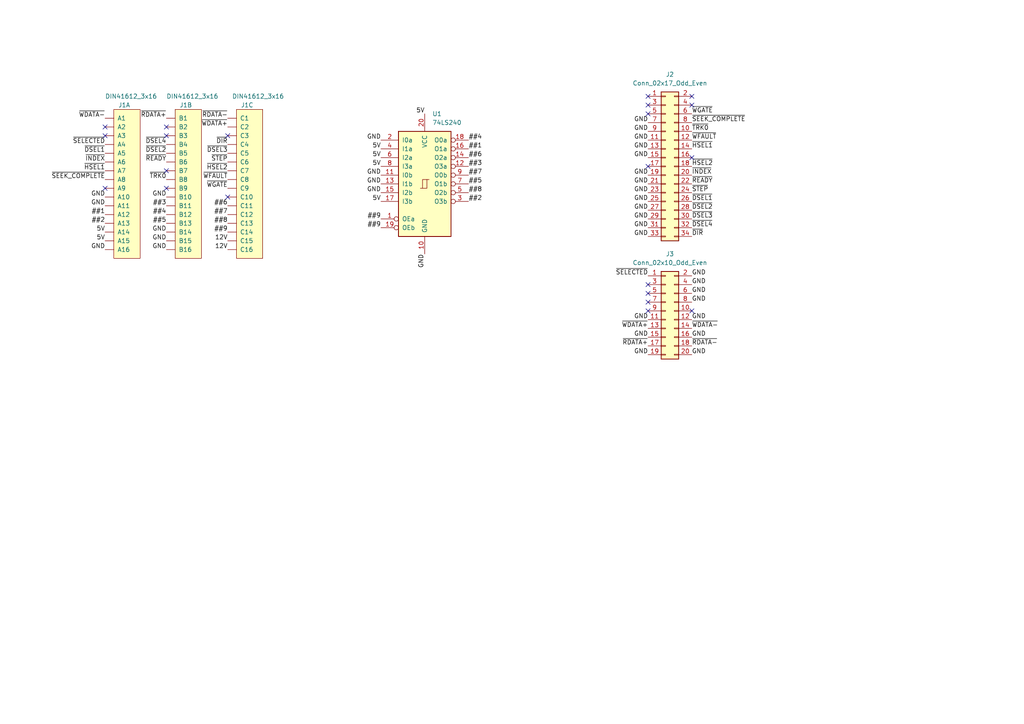
<source format=kicad_sch>
(kicad_sch (version 20230121) (generator eeschema)
  (paper "A4")
  (lib_symbols
    (symbol "74xx:74LS240" (pin_names (offset 1.016))
      (property "Reference" "U" (at -7.62 16.51 0))
      (property "Value" "74LS240" (at -7.62 -16.51 0))
      (symbol "74LS240_1_0"
        (polyline (pts (xy -0.635 -1.27) (xy -0.635 1.27) (xy 0.635 1.27)))
        (polyline (pts (xy -1.27 -1.27) (xy 0.635 -1.27) (xy 0.635 1.27) (xy 1.27 1.27)))
        (pin input inverted (at -12.7 -10.16 0) (length 5.08) (name "OEa") (number "1"))
        (pin power_in line (at 0 -20.32 90) (length 5.08) (name "GND") (number "10"))
        (pin input line (at -12.7 2.54 0) (length 5.08) (name "I0b") (number "11"))
        (pin tri_state inverted (at 12.7 5.08 180) (length 5.08) (name "O3a") (number "12"))
        (pin input line (at -12.7 0 0) (length 5.08) (name "I1b") (number "13"))
        (pin tri_state inverted (at 12.7 7.62 180) (length 5.08) (name "O2a") (number "14"))
        (pin input line (at -12.7 -2.54 0) (length 5.08) (name "I2b") (number "15"))
        (pin tri_state inverted (at 12.7 10.16 180) (length 5.08) (name "O1a") (number "16"))
        (pin input line (at -12.7 -5.08 0) (length 5.08) (name "I3b") (number "17"))
        (pin tri_state inverted (at 12.7 12.7 180) (length 5.08) (name "O0a") (number "18"))
        (pin input inverted (at -12.7 -12.7 0) (length 5.08) (name "OEb") (number "19"))
        (pin input line (at -12.7 12.7 0) (length 5.08) (name "I0a") (number "2"))
        (pin power_in line (at 0 20.32 270) (length 5.08) (name "VCC") (number "20"))
        (pin tri_state inverted (at 12.7 -5.08 180) (length 5.08) (name "O3b") (number "3"))
        (pin input line (at -12.7 10.16 0) (length 5.08) (name "I1a") (number "4"))
        (pin tri_state inverted (at 12.7 -2.54 180) (length 5.08) (name "O2b") (number "5"))
        (pin input line (at -12.7 7.62 0) (length 5.08) (name "I2a") (number "6"))
        (pin tri_state inverted (at 12.7 0 180) (length 5.08) (name "O1b") (number "7"))
        (pin input line (at -12.7 5.08 0) (length 5.08) (name "I3a") (number "8"))
        (pin tri_state inverted (at 12.7 2.54 180) (length 5.08) (name "O0b") (number "9"))
      )
      (symbol "74LS240_1_1"
        (rectangle (start -7.62 15.24) (end 7.62 -15.24) (stroke (width 0.254)) (fill (type background)))
      )
    )
    (symbol "Connector_Generic:Conn_02x10_Odd_Even" (pin_names (offset 1.016) hide)
      (property "Reference" "J" (at 1.27 12.7 0))
      (property "Value" "Conn_02x10_Odd_Even" (at 1.27 -15.24 0))
      (symbol "Conn_02x10_Odd_Even_1_1"
        (rectangle (start -1.27 -12.573) (end 0 -12.827) (stroke (width 0.1524)))
        (rectangle (start -1.27 -10.033) (end 0 -10.287) (stroke (width 0.1524)))
        (rectangle (start -1.27 -7.493) (end 0 -7.747) (stroke (width 0.1524)))
        (rectangle (start -1.27 -4.953) (end 0 -5.207) (stroke (width 0.1524)))
        (rectangle (start -1.27 -2.413) (end 0 -2.667) (stroke (width 0.1524)))
        (rectangle (start -1.27 0.127) (end 0 -0.127) (stroke (width 0.1524)))
        (rectangle (start -1.27 2.667) (end 0 2.413) (stroke (width 0.1524)))
        (rectangle (start -1.27 5.207) (end 0 4.953) (stroke (width 0.1524)))
        (rectangle (start -1.27 7.747) (end 0 7.493) (stroke (width 0.1524)))
        (rectangle (start -1.27 10.287) (end 0 10.033) (stroke (width 0.1524)))
        (rectangle (start -1.27 11.43) (end 3.81 -13.97) (stroke (width 0.254)) (fill (type background)))
        (rectangle (start 3.81 -12.573) (end 2.54 -12.827) (stroke (width 0.1524)))
        (rectangle (start 3.81 -10.033) (end 2.54 -10.287) (stroke (width 0.1524)))
        (rectangle (start 3.81 -7.493) (end 2.54 -7.747) (stroke (width 0.1524)))
        (rectangle (start 3.81 -4.953) (end 2.54 -5.207) (stroke (width 0.1524)))
        (rectangle (start 3.81 -2.413) (end 2.54 -2.667) (stroke (width 0.1524)))
        (rectangle (start 3.81 0.127) (end 2.54 -0.127) (stroke (width 0.1524)))
        (rectangle (start 3.81 2.667) (end 2.54 2.413) (stroke (width 0.1524)))
        (rectangle (start 3.81 5.207) (end 2.54 4.953) (stroke (width 0.1524)))
        (rectangle (start 3.81 7.747) (end 2.54 7.493) (stroke (width 0.1524)))
        (rectangle (start 3.81 10.287) (end 2.54 10.033) (stroke (width 0.1524)))
        (pin passive line (at -5.08 10.16 0) (length 3.81) (name "Pin_1") (number "1"))
        (pin passive line (at 7.62 0 180) (length 3.81) (name "Pin_10") (number "10"))
        (pin passive line (at -5.08 -2.54 0) (length 3.81) (name "Pin_11") (number "11"))
        (pin passive line (at 7.62 -2.54 180) (length 3.81) (name "Pin_12") (number "12"))
        (pin passive line (at -5.08 -5.08 0) (length 3.81) (name "Pin_13") (number "13"))
        (pin passive line (at 7.62 -5.08 180) (length 3.81) (name "Pin_14") (number "14"))
        (pin passive line (at -5.08 -7.62 0) (length 3.81) (name "Pin_15") (number "15"))
        (pin passive line (at 7.62 -7.62 180) (length 3.81) (name "Pin_16") (number "16"))
        (pin passive line (at -5.08 -10.16 0) (length 3.81) (name "Pin_17") (number "17"))
        (pin passive line (at 7.62 -10.16 180) (length 3.81) (name "Pin_18") (number "18"))
        (pin passive line (at -5.08 -12.7 0) (length 3.81) (name "Pin_19") (number "19"))
        (pin passive line (at 7.62 10.16 180) (length 3.81) (name "Pin_2") (number "2"))
        (pin passive line (at 7.62 -12.7 180) (length 3.81) (name "Pin_20") (number "20"))
        (pin passive line (at -5.08 7.62 0) (length 3.81) (name "Pin_3") (number "3"))
        (pin passive line (at 7.62 7.62 180) (length 3.81) (name "Pin_4") (number "4"))
        (pin passive line (at -5.08 5.08 0) (length 3.81) (name "Pin_5") (number "5"))
        (pin passive line (at 7.62 5.08 180) (length 3.81) (name "Pin_6") (number "6"))
        (pin passive line (at -5.08 2.54 0) (length 3.81) (name "Pin_7") (number "7"))
        (pin passive line (at 7.62 2.54 180) (length 3.81) (name "Pin_8") (number "8"))
        (pin passive line (at -5.08 0 0) (length 3.81) (name "Pin_9") (number "9"))
      )
    )
    (symbol "Connector_Generic:Conn_02x17_Odd_Even" (pin_names (offset 1.016) hide)
      (property "Reference" "J" (at 1.27 22.86 0))
      (property "Value" "Conn_02x17_Odd_Even" (at 1.27 -22.86 0))
      (symbol "Conn_02x17_Odd_Even_1_1"
        (rectangle (start -1.27 -20.193) (end 0 -20.447) (stroke (width 0.1524)))
        (rectangle (start -1.27 -17.653) (end 0 -17.907) (stroke (width 0.1524)))
        (rectangle (start -1.27 -15.113) (end 0 -15.367) (stroke (width 0.1524)))
        (rectangle (start -1.27 -12.573) (end 0 -12.827) (stroke (width 0.1524)))
        (rectangle (start -1.27 -10.033) (end 0 -10.287) (stroke (width 0.1524)))
        (rectangle (start -1.27 -7.493) (end 0 -7.747) (stroke (width 0.1524)))
        (rectangle (start -1.27 -4.953) (end 0 -5.207) (stroke (width 0.1524)))
        (rectangle (start -1.27 -2.413) (end 0 -2.667) (stroke (width 0.1524)))
        (rectangle (start -1.27 0.127) (end 0 -0.127) (stroke (width 0.1524)))
        (rectangle (start -1.27 2.667) (end 0 2.413) (stroke (width 0.1524)))
        (rectangle (start -1.27 5.207) (end 0 4.953) (stroke (width 0.1524)))
        (rectangle (start -1.27 7.747) (end 0 7.493) (stroke (width 0.1524)))
        (rectangle (start -1.27 10.287) (end 0 10.033) (stroke (width 0.1524)))
        (rectangle (start -1.27 12.827) (end 0 12.573) (stroke (width 0.1524)))
        (rectangle (start -1.27 15.367) (end 0 15.113) (stroke (width 0.1524)))
        (rectangle (start -1.27 17.907) (end 0 17.653) (stroke (width 0.1524)))
        (rectangle (start -1.27 20.447) (end 0 20.193) (stroke (width 0.1524)))
        (rectangle (start -1.27 21.59) (end 3.81 -21.59) (stroke (width 0.254)) (fill (type background)))
        (rectangle (start 3.81 -20.193) (end 2.54 -20.447) (stroke (width 0.1524)))
        (rectangle (start 3.81 -17.653) (end 2.54 -17.907) (stroke (width 0.1524)))
        (rectangle (start 3.81 -15.113) (end 2.54 -15.367) (stroke (width 0.1524)))
        (rectangle (start 3.81 -12.573) (end 2.54 -12.827) (stroke (width 0.1524)))
        (rectangle (start 3.81 -10.033) (end 2.54 -10.287) (stroke (width 0.1524)))
        (rectangle (start 3.81 -7.493) (end 2.54 -7.747) (stroke (width 0.1524)))
        (rectangle (start 3.81 -4.953) (end 2.54 -5.207) (stroke (width 0.1524)))
        (rectangle (start 3.81 -2.413) (end 2.54 -2.667) (stroke (width 0.1524)))
        (rectangle (start 3.81 0.127) (end 2.54 -0.127) (stroke (width 0.1524)))
        (rectangle (start 3.81 2.667) (end 2.54 2.413) (stroke (width 0.1524)))
        (rectangle (start 3.81 5.207) (end 2.54 4.953) (stroke (width 0.1524)))
        (rectangle (start 3.81 7.747) (end 2.54 7.493) (stroke (width 0.1524)))
        (rectangle (start 3.81 10.287) (end 2.54 10.033) (stroke (width 0.1524)))
        (rectangle (start 3.81 12.827) (end 2.54 12.573) (stroke (width 0.1524)))
        (rectangle (start 3.81 15.367) (end 2.54 15.113) (stroke (width 0.1524)))
        (rectangle (start 3.81 17.907) (end 2.54 17.653) (stroke (width 0.1524)))
        (rectangle (start 3.81 20.447) (end 2.54 20.193) (stroke (width 0.1524)))
        (pin passive line (at -5.08 20.32 0) (length 3.81) (name "Pin_1") (number "1"))
        (pin passive line (at 7.62 10.16 180) (length 3.81) (name "Pin_10") (number "10"))
        (pin passive line (at -5.08 7.62 0) (length 3.81) (name "Pin_11") (number "11"))
        (pin passive line (at 7.62 7.62 180) (length 3.81) (name "Pin_12") (number "12"))
        (pin passive line (at -5.08 5.08 0) (length 3.81) (name "Pin_13") (number "13"))
        (pin passive line (at 7.62 5.08 180) (length 3.81) (name "Pin_14") (number "14"))
        (pin passive line (at -5.08 2.54 0) (length 3.81) (name "Pin_15") (number "15"))
        (pin passive line (at 7.62 2.54 180) (length 3.81) (name "Pin_16") (number "16"))
        (pin passive line (at -5.08 0 0) (length 3.81) (name "Pin_17") (number "17"))
        (pin passive line (at 7.62 0 180) (length 3.81) (name "Pin_18") (number "18"))
        (pin passive line (at -5.08 -2.54 0) (length 3.81) (name "Pin_19") (number "19"))
        (pin passive line (at 7.62 20.32 180) (length 3.81) (name "Pin_2") (number "2"))
        (pin passive line (at 7.62 -2.54 180) (length 3.81) (name "Pin_20") (number "20"))
        (pin passive line (at -5.08 -5.08 0) (length 3.81) (name "Pin_21") (number "21"))
        (pin passive line (at 7.62 -5.08 180) (length 3.81) (name "Pin_22") (number "22"))
        (pin passive line (at -5.08 -7.62 0) (length 3.81) (name "Pin_23") (number "23"))
        (pin passive line (at 7.62 -7.62 180) (length 3.81) (name "Pin_24") (number "24"))
        (pin passive line (at -5.08 -10.16 0) (length 3.81) (name "Pin_25") (number "25"))
        (pin passive line (at 7.62 -10.16 180) (length 3.81) (name "Pin_26") (number "26"))
        (pin passive line (at -5.08 -12.7 0) (length 3.81) (name "Pin_27") (number "27"))
        (pin passive line (at 7.62 -12.7 180) (length 3.81) (name "Pin_28") (number "28"))
        (pin passive line (at -5.08 -15.24 0) (length 3.81) (name "Pin_29") (number "29"))
        (pin passive line (at -5.08 17.78 0) (length 3.81) (name "Pin_3") (number "3"))
        (pin passive line (at 7.62 -15.24 180) (length 3.81) (name "Pin_30") (number "30"))
        (pin passive line (at -5.08 -17.78 0) (length 3.81) (name "Pin_31") (number "31"))
        (pin passive line (at 7.62 -17.78 180) (length 3.81) (name "Pin_32") (number "32"))
        (pin passive line (at -5.08 -20.32 0) (length 3.81) (name "Pin_33") (number "33"))
        (pin passive line (at 7.62 -20.32 180) (length 3.81) (name "Pin_34") (number "34"))
        (pin passive line (at 7.62 17.78 180) (length 3.81) (name "Pin_4") (number "4"))
        (pin passive line (at -5.08 15.24 0) (length 3.81) (name "Pin_5") (number "5"))
        (pin passive line (at 7.62 15.24 180) (length 3.81) (name "Pin_6") (number "6"))
        (pin passive line (at -5.08 12.7 0) (length 3.81) (name "Pin_7") (number "7"))
        (pin passive line (at 7.62 12.7 180) (length 3.81) (name "Pin_8") (number "8"))
        (pin passive line (at -5.08 10.16 0) (length 3.81) (name "Pin_9") (number "9"))
      )
    )
    (symbol "custom:DIN41612_3x16" (pin_names (offset 1.016))
      (property "Reference" "J" (at 0 -2.54 0))
      (property "Value" "DIN41612_3x16" (at 0 0 0))
      (symbol "DIN41612_3x16_0_1"
        (rectangle (start -3.81 -3.81) (end 3.81 -46.99) (fill (type background)))
      )
      (symbol "DIN41612_3x16_1_1"
        (pin unspecified line (at -6.35 -6.35 0) (length 2.54) (name "A1") (number "~"))
        (pin unspecified line (at -6.35 -29.21 0) (length 2.54) (name "A10") (number "~"))
        (pin unspecified line (at -6.35 -31.75 0) (length 2.54) (name "A11") (number "~"))
        (pin unspecified line (at -6.35 -34.29 0) (length 2.54) (name "A12") (number "~"))
        (pin unspecified line (at -6.35 -36.83 0) (length 2.54) (name "A13") (number "~"))
        (pin unspecified line (at -6.35 -39.37 0) (length 2.54) (name "A14") (number "~"))
        (pin unspecified line (at -6.35 -41.91 0) (length 2.54) (name "A15") (number "~"))
        (pin unspecified line (at -6.35 -44.45 0) (length 2.54) (name "A16") (number "~"))
        (pin unspecified line (at -6.35 -8.89 0) (length 2.54) (name "A2") (number "~"))
        (pin unspecified line (at -6.35 -11.43 0) (length 2.54) (name "A3") (number "~"))
        (pin unspecified line (at -6.35 -13.97 0) (length 2.54) (name "A4") (number "~"))
        (pin unspecified line (at -6.35 -16.51 0) (length 2.54) (name "A5") (number "~"))
        (pin unspecified line (at -6.35 -19.05 0) (length 2.54) (name "A6") (number "~"))
        (pin unspecified line (at -6.35 -21.59 0) (length 2.54) (name "A7") (number "~"))
        (pin unspecified line (at -6.35 -24.13 0) (length 2.54) (name "A8") (number "~"))
        (pin unspecified line (at -6.35 -26.67 0) (length 2.54) (name "A9") (number "~"))
      )
      (symbol "DIN41612_3x16_2_1"
        (pin unspecified line (at -6.35 -6.35 0) (length 2.54) (name "B1") (number "~"))
        (pin unspecified line (at -6.35 -29.21 0) (length 2.54) (name "B10") (number "~"))
        (pin unspecified line (at -6.35 -31.75 0) (length 2.54) (name "B11") (number "~"))
        (pin unspecified line (at -6.35 -34.29 0) (length 2.54) (name "B12") (number "~"))
        (pin unspecified line (at -6.35 -36.83 0) (length 2.54) (name "B13") (number "~"))
        (pin unspecified line (at -6.35 -39.37 0) (length 2.54) (name "B14") (number "~"))
        (pin unspecified line (at -6.35 -41.91 0) (length 2.54) (name "B15") (number "~"))
        (pin unspecified line (at -6.35 -44.45 0) (length 2.54) (name "B16") (number "~"))
        (pin unspecified line (at -6.35 -8.89 0) (length 2.54) (name "B2") (number "~"))
        (pin unspecified line (at -6.35 -11.43 0) (length 2.54) (name "B3") (number "~"))
        (pin unspecified line (at -6.35 -13.97 0) (length 2.54) (name "B4") (number "~"))
        (pin unspecified line (at -6.35 -16.51 0) (length 2.54) (name "B5") (number "~"))
        (pin unspecified line (at -6.35 -19.05 0) (length 2.54) (name "B6") (number "~"))
        (pin unspecified line (at -6.35 -21.59 0) (length 2.54) (name "B7") (number "~"))
        (pin unspecified line (at -6.35 -24.13 0) (length 2.54) (name "B8") (number "~"))
        (pin unspecified line (at -6.35 -26.67 0) (length 2.54) (name "B9") (number "~"))
      )
      (symbol "DIN41612_3x16_3_1"
        (pin unspecified line (at -6.35 -6.35 0) (length 2.54) (name "C1") (number "~"))
        (pin unspecified line (at -6.35 -29.21 0) (length 2.54) (name "C10") (number "~"))
        (pin unspecified line (at -6.35 -31.75 0) (length 2.54) (name "C11") (number "~"))
        (pin unspecified line (at -6.35 -34.29 0) (length 2.54) (name "C12") (number "~"))
        (pin unspecified line (at -6.35 -36.83 0) (length 2.54) (name "C13") (number "~"))
        (pin unspecified line (at -6.35 -39.37 0) (length 2.54) (name "C14") (number "~"))
        (pin unspecified line (at -6.35 -41.91 0) (length 2.54) (name "C15") (number "~"))
        (pin unspecified line (at -6.35 -44.45 0) (length 2.54) (name "C16") (number "~"))
        (pin unspecified line (at -6.35 -8.89 0) (length 2.54) (name "C2") (number "~"))
        (pin unspecified line (at -6.35 -11.43 0) (length 2.54) (name "C3") (number "~"))
        (pin unspecified line (at -6.35 -13.97 0) (length 2.54) (name "C4") (number "~"))
        (pin unspecified line (at -6.35 -16.51 0) (length 2.54) (name "C5") (number "~"))
        (pin unspecified line (at -6.35 -19.05 0) (length 2.54) (name "C6") (number "~"))
        (pin unspecified line (at -6.35 -21.59 0) (length 2.54) (name "C7") (number "~"))
        (pin unspecified line (at -6.35 -24.13 0) (length 2.54) (name "C8") (number "~"))
        (pin unspecified line (at -6.35 -26.67 0) (length 2.54) (name "C9") (number "~"))
      )
    )
  )
  (no_connect (at 187.96 48.26))
  (no_connect (at 187.96 33.02))
  (no_connect (at 187.96 85.09))
  (no_connect (at 48.26 54.61))
  (no_connect (at 66.04 57.15))
  (no_connect (at 48.26 36.83))
  (no_connect (at 187.96 27.94))
  (no_connect (at 30.48 36.83))
  (no_connect (at 200.66 90.17))
  (no_connect (at 187.96 90.17))
  (no_connect (at 66.04 39.37))
  (no_connect (at 200.66 45.72))
  (no_connect (at 187.96 87.63))
  (no_connect (at 30.48 39.37))
  (no_connect (at 48.26 49.53))
  (no_connect (at 30.48 54.61))
  (no_connect (at 187.96 30.48))
  (no_connect (at 48.26 39.37))
  (no_connect (at 187.96 82.55))
  (no_connect (at 200.66 30.48))
  (no_connect (at 200.66 27.94))
  (label "GND" (at 187.96 43.18 180))
  (label "GND" (at 110.49 55.88 180))
  (label "GND" (at 110.49 50.8 180))
  (label "~{HSEL2}" (at 200.66 48.26 0))
  (label "~{TRK0}" (at 200.66 38.1 0))
  (label "~{DSEL1}" (at 200.66 58.42 0))
  (label "##3" (at 135.89 48.26 0))
  (label "##6" (at 135.89 45.72 0))
  (label "12V" (at 66.04 72.39 180))
  (label "GND" (at 187.96 53.34 180))
  (label "~{TRK0}" (at 48.26 52.07 180))
  (label "##5" (at 135.89 53.34 0))
  (label "GND" (at 187.96 58.42 180))
  (label "##9" (at 110.49 66.04 180))
  (label "GND" (at 48.26 67.31 180))
  (label "~{RDATA+}" (at 187.96 100.33 180))
  (label "GND" (at 187.96 35.56 180))
  (label "~{WDATA+}" (at 187.96 95.25 180))
  (label "~{STEP}" (at 200.66 55.88 0))
  (label "GND" (at 187.96 97.79 180))
  (label "5V" (at 110.49 45.72 180))
  (label "GND" (at 187.96 38.1 180))
  (label "~{WFAULT}" (at 200.66 40.64 0))
  (label "##8" (at 135.89 55.88 0))
  (label "GND" (at 187.96 66.04 180))
  (label "~{READY}" (at 200.66 53.34 0))
  (label "GND" (at 187.96 50.8 180))
  (label "GND" (at 48.26 69.85 180))
  (label "GND" (at 187.96 45.72 180))
  (label "GND" (at 48.26 72.39 180))
  (label "12V" (at 66.04 69.85 180))
  (label "~{WDATA-}" (at 30.48 34.29 180))
  (label "~{WFAULT}" (at 66.04 52.07 180))
  (label "GND" (at 200.66 97.79 0))
  (label "~{SEEK_COMPLETE}" (at 30.48 52.07 180))
  (label "##9" (at 66.04 67.31 180))
  (label "~{READY}" (at 48.26 46.99 180))
  (label "~{SELECTED}" (at 187.96 80.01 180))
  (label "GND" (at 187.96 63.5 180))
  (label "##6" (at 66.04 59.69 180))
  (label "GND" (at 187.96 68.58 180))
  (label "##2" (at 30.48 64.77 180))
  (label "~{WDATA+}" (at 66.04 36.83 180))
  (label "~{RDATA-}" (at 200.66 100.33 0))
  (label "GND" (at 110.49 40.64 180))
  (label "5V" (at 110.49 43.18 180))
  (label "~{DIR}" (at 66.04 41.91 180))
  (label "##8" (at 66.04 64.77 180))
  (label "##2" (at 135.89 58.42 0))
  (label "GND" (at 187.96 102.87 180))
  (label "##1" (at 30.48 62.23 180))
  (label "~{DSEL2}" (at 200.66 60.96 0))
  (label "GND" (at 200.66 80.01 0))
  (label "GND" (at 123.19 73.66 270))
  (label "GND" (at 48.26 57.15 180))
  (label "GND" (at 30.48 57.15 180))
  (label "##3" (at 48.26 59.69 180))
  (label "5V" (at 123.19 33.02 180))
  (label "~{DSEL2}" (at 48.26 44.45 180))
  (label "~{DSEL4}" (at 48.26 41.91 180))
  (label "~{STEP}" (at 66.04 46.99 180))
  (label "~{RDATA-}" (at 66.04 34.29 180))
  (label "~{HSEL1}" (at 30.48 49.53 180))
  (label "GND" (at 187.96 60.96 180))
  (label "~{DIR}" (at 200.66 68.58 0))
  (label "##5" (at 48.26 64.77 180))
  (label "GND" (at 200.66 82.55 0))
  (label "GND" (at 200.66 85.09 0))
  (label "##7" (at 135.89 50.8 0))
  (label "~{WGATE}" (at 66.04 54.61 180))
  (label "GND" (at 187.96 92.71 180))
  (label "GND" (at 200.66 102.87 0))
  (label "GND" (at 30.48 59.69 180))
  (label "##9" (at 110.49 63.5 180))
  (label "~{DSEL3}" (at 66.04 44.45 180))
  (label "~{WDATA-}" (at 200.66 95.25 0))
  (label "~{HSEL2}" (at 66.04 49.53 180))
  (label "##4" (at 48.26 62.23 180))
  (label "GND" (at 200.66 87.63 0))
  (label "GND" (at 30.48 72.39 180))
  (label "~{INDEX}" (at 30.48 46.99 180))
  (label "##4" (at 135.89 40.64 0))
  (label "5V" (at 30.48 67.31 180))
  (label "GND" (at 200.66 92.71 0))
  (label "~{DSEL3}" (at 200.66 63.5 0))
  (label "5V" (at 110.49 48.26 180))
  (label "##1" (at 135.89 43.18 0))
  (label "~{HSEL1}" (at 200.66 43.18 0))
  (label "GND" (at 187.96 55.88 180))
  (label "~{SELECTED}" (at 30.48 41.91 180))
  (label "GND" (at 187.96 40.64 180))
  (label "~{RDATA+}" (at 48.26 34.29 180))
  (label "~{DSEL1}" (at 30.48 44.45 180))
  (label "##7" (at 66.04 62.23 180))
  (label "~{WGATE}" (at 200.66 33.02 0))
  (label "5V" (at 110.49 58.42 180))
  (label "~{DSEL4}" (at 200.66 66.04 0))
  (label "GND" (at 110.49 53.34 180))
  (label "5V" (at 30.48 69.85 180))
  (label "~{INDEX}" (at 200.66 50.8 0))
  (label "~{SEEK_COMPLETE}" (at 200.66 35.56 0))
  (symbol (lib_id "custom:DIN41612_3x16") (at 54.61 27.94 0) (unit 2)
    (property "Reference" "J1" (at 52.07 30.48 0) (effects (justify left)))
    (property "Value" "DIN41612_3x16" (at 48.26 27.94 0) (effects (justify left)))
  )
  (symbol (lib_id "custom:DIN41612_3x16") (at 36.83 27.94 0) (unit 1)
    (property "Reference" "J1" (at 34.29 30.48 0) (effects (justify left)))
    (property "Value" "DIN41612_3x16" (at 30.48 27.94 0) (effects (justify left)))
  )
  (symbol (lib_id "Connector_Generic:Conn_02x17_Odd_Even") (at 193.04 48.26 0) (unit 1)
    (property "Reference" "J2" (at 194.31 21.59 0))
    (property "Value" "Conn_02x17_Odd_Even" (at 194.31 24.13 0))
  )
  (symbol (lib_id "custom:DIN41612_3x16") (at 72.39 27.94 0) (unit 3)
    (property "Reference" "J1" (at 69.85 30.48 0) (effects (justify left)))
    (property "Value" "DIN41612_3x16" (at 67.31 27.94 0) (effects (justify left)))
  )
  (symbol (lib_id "74xx:74LS240") (at 123.19 53.34 0) (unit 1)
    (property "Reference" "U1" (at 125.3841 33.02 0) (effects (justify left)))
    (property "Value" "74LS240" (at 125.3841 35.56 0) (effects (justify left)))
    (property "Datasheet" "http://www.ti.com/lit/ds/symlink/sn74ls240.pdf" (effects hide))
  )
  (symbol (lib_id "Connector_Generic:Conn_02x10_Odd_Even") (at 193.04 90.17 0) (unit 1)
    (property "Reference" "J3" (at 194.31 73.66 0))
    (property "Value" "Conn_02x10_Odd_Even" (at 194.31 76.2 0))
  )
)
</source>
